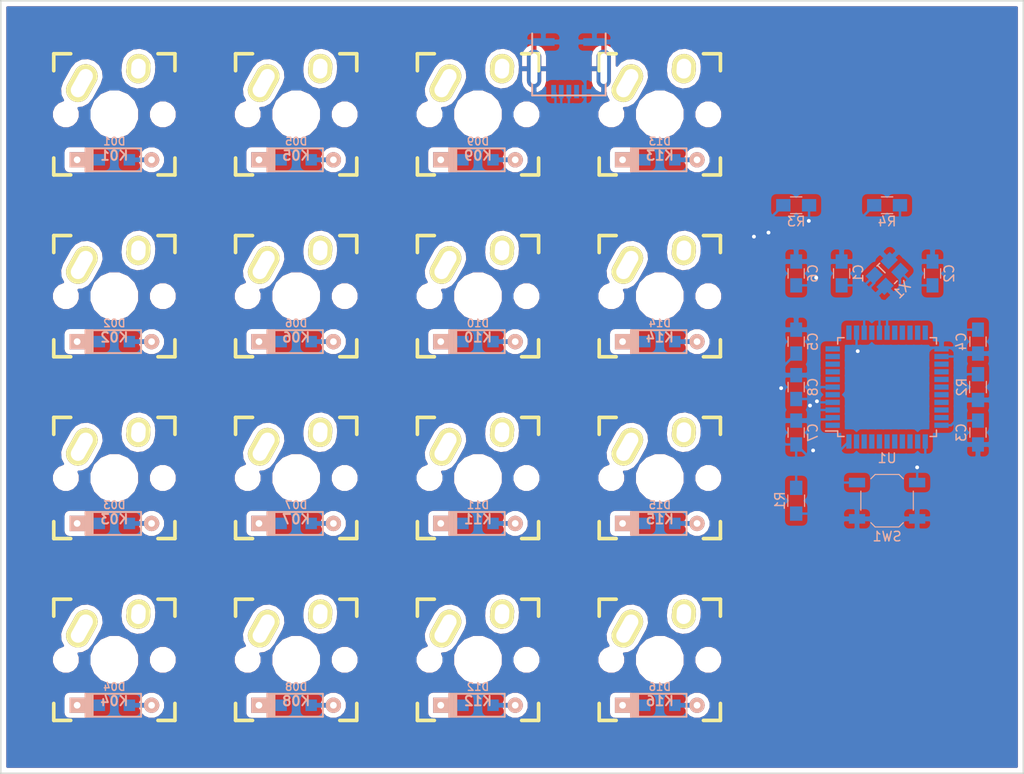
<source format=kicad_pcb>
(kicad_pcb (version 4) (host pcbnew 4.0.7)
  (layers (0 F.Cu signal) (31 B.Cu signal) (34 B.Paste user) (35 F.Paste user) (36 B.SilkS user) (37 F.SilkS user) (38 B.Mask user) (39 F.Mask user) (44 Edge.Cuts user))
  (net 0 "")
  (net 1 "Net-(C1-Pad1)")
  (net 2 GND)
  (net 3 "Net-(C2-Pad1)")
  (net 4 VCC)
  (net 5 "Net-(C8-Pad1)")
  (net 6 "Net-(D01-Pad2)")
  (net 7 /row0)
  (net 8 "Net-(D02-Pad2)")
  (net 9 /row1)
  (net 10 "Net-(D03-Pad2)")
  (net 11 /row2)
  (net 12 "Net-(D04-Pad2)")
  (net 13 /row3)
  (net 14 "Net-(D05-Pad2)")
  (net 15 "Net-(D06-Pad2)")
  (net 16 "Net-(D07-Pad2)")
  (net 17 "Net-(D08-Pad2)")
  (net 18 "Net-(D09-Pad2)")
  (net 19 "Net-(D10-Pad2)")
  (net 20 "Net-(D11-Pad2)")
  (net 21 "Net-(D12-Pad2)")
  (net 22 "Net-(D13-Pad2)")
  (net 23 "Net-(D14-Pad2)")
  (net 24 "Net-(D15-Pad2)")
  (net 25 "Net-(D16-Pad2)")
  (net 26 "Net-(J1-Pad2)")
  (net 27 "Net-(J1-Pad3)")
  (net 28 "Net-(J1-Pad4)")
  (net 29 /col0)
  (net 30 /col1)
  (net 31 /col2)
  (net 32 /col3)
  (net 33 "Net-(R1-Pad2)")
  (net 34 "Net-(R2-Pad1)")
  (net 35 "Net-(R3-Pad2)")
  (net 36 "Net-(R4-Pad2)")
  (net 37 "Net-(U1-Pad1)")
  (net 38 "Net-(U1-Pad7)")
  (net 39 "Net-(U1-Pad8)")
  (net 40 "Net-(U1-Pad9)")
  (net 41 "Net-(U1-Pad10)")
  (net 42 "Net-(U1-Pad11)")
  (net 43 "Net-(U1-Pad12)")
  (net 44 "Net-(U1-Pad18)")
  (net 45 "Net-(U1-Pad19)")
  (net 46 "Net-(U1-Pad20)")
  (net 47 "Net-(U1-Pad21)")
  (net 48 "Net-(U1-Pad22)")
  (net 49 "Net-(U1-Pad25)")
  (net 50 "Net-(U1-Pad26)")
  (net 51 "Net-(U1-Pad27)")
  (net 52 "Net-(U1-Pad28)")
  (net 53 "Net-(U1-Pad29)")
  (net 54 "Net-(U1-Pad30)")
  (net 55 "Net-(U1-Pad42)")
  (module Capacitors_SMD:C_0805_HandSoldering (layer B.Cu) (at 147.6375 78.58125 90)
    (fp_text reference C1 (at 0 1.75 90) (layer B.SilkS) (effects (justify mirror)))
    (fp_text value 22p)
    (pad 1 smd rect (at -1.25 0 90) (size 1.5 1.25) (layers B.Cu B.Paste B.Mask) (net 1 "Net-(C1-Pad1)"))
    (pad 2 smd rect (at 1.25 0 90) (size 1.5 1.25) (layers B.Cu B.Paste B.Mask) (net 2 GND))
  )
  (module Capacitors_SMD:C_0805_HandSoldering (layer B.Cu) (at 157.1625 78.58125 90)
    (fp_text reference C2 (at 0 1.75 90) (layer B.SilkS) (effects (justify mirror)))
    (fp_text value 22p)
    (pad 1 smd rect (at -1.25 0 90) (size 1.5 1.25) (layers B.Cu B.Paste B.Mask) (net 3 "Net-(C2-Pad1)"))
    (pad 2 smd rect (at 1.25 0 90) (size 1.5 1.25) (layers B.Cu B.Paste B.Mask) (net 2 GND))
  )
  (module Capacitors_SMD:C_0805_HandSoldering (layer B.Cu) (at 161.925 95.25 270)
    (fp_text reference C3 (at 0 1.75 270) (layer B.SilkS) (effects (justify mirror)))
    (fp_text value 0.1u)
    (pad 1 smd rect (at -1.25 0 270) (size 1.5 1.25) (layers B.Cu B.Paste B.Mask) (net 4 VCC))
    (pad 2 smd rect (at 1.25 0 270) (size 1.5 1.25) (layers B.Cu B.Paste B.Mask) (net 2 GND))
  )
  (module Capacitors_SMD:C_0805_HandSoldering (layer B.Cu) (at 161.925 85.725 270)
    (fp_text reference C4 (at 0 1.75 270) (layer B.SilkS) (effects (justify mirror)))
    (fp_text value 0.1u)
    (pad 1 smd rect (at -1.25 0 270) (size 1.5 1.25) (layers B.Cu B.Paste B.Mask) (net 4 VCC))
    (pad 2 smd rect (at 1.25 0 270) (size 1.5 1.25) (layers B.Cu B.Paste B.Mask) (net 2 GND))
  )
  (module Capacitors_SMD:C_0805_HandSoldering (layer B.Cu) (at 142.875 85.725 90)
    (fp_text reference C5 (at 0 1.75 90) (layer B.SilkS) (effects (justify mirror)))
    (fp_text value 0.1u)
    (pad 1 smd rect (at -1.25 0 90) (size 1.5 1.25) (layers B.Cu B.Paste B.Mask) (net 4 VCC))
    (pad 2 smd rect (at 1.25 0 90) (size 1.5 1.25) (layers B.Cu B.Paste B.Mask) (net 2 GND))
  )
  (module Capacitors_SMD:C_0805_HandSoldering (layer B.Cu) (at 142.875 78.58125 90)
    (fp_text reference C6 (at 0 1.75 90) (layer B.SilkS) (effects (justify mirror)))
    (fp_text value 0.1u)
    (pad 1 smd rect (at -1.25 0 90) (size 1.5 1.25) (layers B.Cu B.Paste B.Mask) (net 4 VCC))
    (pad 2 smd rect (at 1.25 0 90) (size 1.5 1.25) (layers B.Cu B.Paste B.Mask) (net 2 GND))
  )
  (module Capacitors_SMD:C_0805_HandSoldering (layer B.Cu) (at 142.875 95.25 90)
    (fp_text reference C7 (at 0 1.75 90) (layer B.SilkS) (effects (justify mirror)))
    (fp_text value 4.7u)
    (pad 1 smd rect (at -1.25 0 90) (size 1.5 1.25) (layers B.Cu B.Paste B.Mask) (net 4 VCC))
    (pad 2 smd rect (at 1.25 0 90) (size 1.5 1.25) (layers B.Cu B.Paste B.Mask) (net 2 GND))
  )
  (module Capacitors_SMD:C_0805_HandSoldering (layer B.Cu) (at 142.875 90.4875 90)
    (fp_text reference C8 (at 0 1.75 90) (layer B.SilkS) (effects (justify mirror)))
    (fp_text value 1u)
    (pad 1 smd rect (at -1.25 0 90) (size 1.5 1.25) (layers B.Cu B.Paste B.Mask) (net 5 "Net-(C8-Pad1)"))
    (pad 2 smd rect (at 1.25 0 90) (size 1.5 1.25) (layers B.Cu B.Paste B.Mask) (net 2 GND))
  )
  (module keyboard_parts:D_SOD123_axial (layer B.Cu) (at 71.4375 66.675)
    (fp_text reference D01 (at 0 -1.925) (layer B.SilkS) (effects (font (size 0.8 0.8)) (justify mirror)))
    (fp_text value D hide)
    (pad 2 smd rect (at 1.575 0) (size 1.2 1.2) (layers B.Cu B.Paste B.Mask) (net 6 "Net-(D01-Pad2)"))
    (pad 1 smd rect (at -1.575 0) (size 1.2 1.2) (layers B.Cu B.Paste B.Mask) (net 7 /row0))
    (pad 1 thru_hole rect (at -3.9 0) (size 1.6 1.6) (drill 0.7) (layers *.Cu *.Mask B.SilkS) (net 7 /row0))
    (pad 2 thru_hole circle (at 3.9 0) (size 1.6 1.6) (drill 0.7) (layers *.Cu *.Mask B.SilkS) (net 6 "Net-(D01-Pad2)"))
    (pad 1 smd rect (at -2.7 0) (size 2.5 0.5) (layers B.Cu) (net 7 /row0))
    (pad 2 smd rect (at 2.7 0) (size 2.5 0.5) (layers B.Cu) (net 6 "Net-(D01-Pad2)"))
  )
  (module keyboard_parts:D_SOD123_axial (layer B.Cu) (at 71.4375 85.725)
    (fp_text reference D02 (at 0 -1.925) (layer B.SilkS) (effects (font (size 0.8 0.8)) (justify mirror)))
    (fp_text value D hide)
    (pad 2 smd rect (at 1.575 0) (size 1.2 1.2) (layers B.Cu B.Paste B.Mask) (net 8 "Net-(D02-Pad2)"))
    (pad 1 smd rect (at -1.575 0) (size 1.2 1.2) (layers B.Cu B.Paste B.Mask) (net 9 /row1))
    (pad 1 thru_hole rect (at -3.9 0) (size 1.6 1.6) (drill 0.7) (layers *.Cu *.Mask B.SilkS) (net 9 /row1))
    (pad 2 thru_hole circle (at 3.9 0) (size 1.6 1.6) (drill 0.7) (layers *.Cu *.Mask B.SilkS) (net 8 "Net-(D02-Pad2)"))
    (pad 1 smd rect (at -2.7 0) (size 2.5 0.5) (layers B.Cu) (net 9 /row1))
    (pad 2 smd rect (at 2.7 0) (size 2.5 0.5) (layers B.Cu) (net 8 "Net-(D02-Pad2)"))
  )
  (module keyboard_parts:D_SOD123_axial (layer B.Cu) (at 71.4375 104.775)
    (fp_text reference D03 (at 0 -1.925) (layer B.SilkS) (effects (font (size 0.8 0.8)) (justify mirror)))
    (fp_text value D hide)
    (pad 2 smd rect (at 1.575 0) (size 1.2 1.2) (layers B.Cu B.Paste B.Mask) (net 10 "Net-(D03-Pad2)"))
    (pad 1 smd rect (at -1.575 0) (size 1.2 1.2) (layers B.Cu B.Paste B.Mask) (net 11 /row2))
    (pad 1 thru_hole rect (at -3.9 0) (size 1.6 1.6) (drill 0.7) (layers *.Cu *.Mask B.SilkS) (net 11 /row2))
    (pad 2 thru_hole circle (at 3.9 0) (size 1.6 1.6) (drill 0.7) (layers *.Cu *.Mask B.SilkS) (net 10 "Net-(D03-Pad2)"))
    (pad 1 smd rect (at -2.7 0) (size 2.5 0.5) (layers B.Cu) (net 11 /row2))
    (pad 2 smd rect (at 2.7 0) (size 2.5 0.5) (layers B.Cu) (net 10 "Net-(D03-Pad2)"))
  )
  (module keyboard_parts:D_SOD123_axial (layer B.Cu) (at 71.4375 123.825)
    (fp_text reference D04 (at 0 -1.925) (layer B.SilkS) (effects (font (size 0.8 0.8)) (justify mirror)))
    (fp_text value D hide)
    (pad 2 smd rect (at 1.575 0) (size 1.2 1.2) (layers B.Cu B.Paste B.Mask) (net 12 "Net-(D04-Pad2)"))
    (pad 1 smd rect (at -1.575 0) (size 1.2 1.2) (layers B.Cu B.Paste B.Mask) (net 13 /row3))
    (pad 1 thru_hole rect (at -3.9 0) (size 1.6 1.6) (drill 0.7) (layers *.Cu *.Mask B.SilkS) (net 13 /row3))
    (pad 2 thru_hole circle (at 3.9 0) (size 1.6 1.6) (drill 0.7) (layers *.Cu *.Mask B.SilkS) (net 12 "Net-(D04-Pad2)"))
    (pad 1 smd rect (at -2.7 0) (size 2.5 0.5) (layers B.Cu) (net 13 /row3))
    (pad 2 smd rect (at 2.7 0) (size 2.5 0.5) (layers B.Cu) (net 12 "Net-(D04-Pad2)"))
  )
  (module keyboard_parts:D_SOD123_axial (layer B.Cu) (at 90.4875 66.675)
    (fp_text reference D05 (at 0 -1.925) (layer B.SilkS) (effects (font (size 0.8 0.8)) (justify mirror)))
    (fp_text value D hide)
    (pad 2 smd rect (at 1.575 0) (size 1.2 1.2) (layers B.Cu B.Paste B.Mask) (net 14 "Net-(D05-Pad2)"))
    (pad 1 smd rect (at -1.575 0) (size 1.2 1.2) (layers B.Cu B.Paste B.Mask) (net 7 /row0))
    (pad 1 thru_hole rect (at -3.9 0) (size 1.6 1.6) (drill 0.7) (layers *.Cu *.Mask B.SilkS) (net 7 /row0))
    (pad 2 thru_hole circle (at 3.9 0) (size 1.6 1.6) (drill 0.7) (layers *.Cu *.Mask B.SilkS) (net 14 "Net-(D05-Pad2)"))
    (pad 1 smd rect (at -2.7 0) (size 2.5 0.5) (layers B.Cu) (net 7 /row0))
    (pad 2 smd rect (at 2.7 0) (size 2.5 0.5) (layers B.Cu) (net 14 "Net-(D05-Pad2)"))
  )
  (module keyboard_parts:D_SOD123_axial (layer B.Cu) (at 90.4875 85.725)
    (fp_text reference D06 (at 0 -1.925) (layer B.SilkS) (effects (font (size 0.8 0.8)) (justify mirror)))
    (fp_text value D hide)
    (pad 2 smd rect (at 1.575 0) (size 1.2 1.2) (layers B.Cu B.Paste B.Mask) (net 15 "Net-(D06-Pad2)"))
    (pad 1 smd rect (at -1.575 0) (size 1.2 1.2) (layers B.Cu B.Paste B.Mask) (net 9 /row1))
    (pad 1 thru_hole rect (at -3.9 0) (size 1.6 1.6) (drill 0.7) (layers *.Cu *.Mask B.SilkS) (net 9 /row1))
    (pad 2 thru_hole circle (at 3.9 0) (size 1.6 1.6) (drill 0.7) (layers *.Cu *.Mask B.SilkS) (net 15 "Net-(D06-Pad2)"))
    (pad 1 smd rect (at -2.7 0) (size 2.5 0.5) (layers B.Cu) (net 9 /row1))
    (pad 2 smd rect (at 2.7 0) (size 2.5 0.5) (layers B.Cu) (net 15 "Net-(D06-Pad2)"))
  )
  (module keyboard_parts:D_SOD123_axial (layer B.Cu) (at 90.4875 104.775)
    (fp_text reference D07 (at 0 -1.925) (layer B.SilkS) (effects (font (size 0.8 0.8)) (justify mirror)))
    (fp_text value D hide)
    (pad 2 smd rect (at 1.575 0) (size 1.2 1.2) (layers B.Cu B.Paste B.Mask) (net 16 "Net-(D07-Pad2)"))
    (pad 1 smd rect (at -1.575 0) (size 1.2 1.2) (layers B.Cu B.Paste B.Mask) (net 11 /row2))
    (pad 1 thru_hole rect (at -3.9 0) (size 1.6 1.6) (drill 0.7) (layers *.Cu *.Mask B.SilkS) (net 11 /row2))
    (pad 2 thru_hole circle (at 3.9 0) (size 1.6 1.6) (drill 0.7) (layers *.Cu *.Mask B.SilkS) (net 16 "Net-(D07-Pad2)"))
    (pad 1 smd rect (at -2.7 0) (size 2.5 0.5) (layers B.Cu) (net 11 /row2))
    (pad 2 smd rect (at 2.7 0) (size 2.5 0.5) (layers B.Cu) (net 16 "Net-(D07-Pad2)"))
  )
  (module keyboard_parts:D_SOD123_axial (layer B.Cu) (at 90.4875 123.825)
    (fp_text reference D08 (at 0 -1.925) (layer B.SilkS) (effects (font (size 0.8 0.8)) (justify mirror)))
    (fp_text value D hide)
    (pad 2 smd rect (at 1.575 0) (size 1.2 1.2) (layers B.Cu B.Paste B.Mask) (net 17 "Net-(D08-Pad2)"))
    (pad 1 smd rect (at -1.575 0) (size 1.2 1.2) (layers B.Cu B.Paste B.Mask) (net 13 /row3))
    (pad 1 thru_hole rect (at -3.9 0) (size 1.6 1.6) (drill 0.7) (layers *.Cu *.Mask B.SilkS) (net 13 /row3))
    (pad 2 thru_hole circle (at 3.9 0) (size 1.6 1.6) (drill 0.7) (layers *.Cu *.Mask B.SilkS) (net 17 "Net-(D08-Pad2)"))
    (pad 1 smd rect (at -2.7 0) (size 2.5 0.5) (layers B.Cu) (net 13 /row3))
    (pad 2 smd rect (at 2.7 0) (size 2.5 0.5) (layers B.Cu) (net 17 "Net-(D08-Pad2)"))
  )
  (module keyboard_parts:D_SOD123_axial (layer B.Cu) (at 109.5375 66.675)
    (fp_text reference D09 (at 0 -1.925) (layer B.SilkS) (effects (font (size 0.8 0.8)) (justify mirror)))
    (fp_text value D hide)
    (pad 2 smd rect (at 1.575 0) (size 1.2 1.2) (layers B.Cu B.Paste B.Mask) (net 18 "Net-(D09-Pad2)"))
    (pad 1 smd rect (at -1.575 0) (size 1.2 1.2) (layers B.Cu B.Paste B.Mask) (net 7 /row0))
    (pad 1 thru_hole rect (at -3.9 0) (size 1.6 1.6) (drill 0.7) (layers *.Cu *.Mask B.SilkS) (net 7 /row0))
    (pad 2 thru_hole circle (at 3.9 0) (size 1.6 1.6) (drill 0.7) (layers *.Cu *.Mask B.SilkS) (net 18 "Net-(D09-Pad2)"))
    (pad 1 smd rect (at -2.7 0) (size 2.5 0.5) (layers B.Cu) (net 7 /row0))
    (pad 2 smd rect (at 2.7 0) (size 2.5 0.5) (layers B.Cu) (net 18 "Net-(D09-Pad2)"))
  )
  (module keyboard_parts:D_SOD123_axial (layer B.Cu) (at 109.5375 85.725)
    (fp_text reference D10 (at 0 -1.925) (layer B.SilkS) (effects (font (size 0.8 0.8)) (justify mirror)))
    (fp_text value D hide)
    (pad 2 smd rect (at 1.575 0) (size 1.2 1.2) (layers B.Cu B.Paste B.Mask) (net 19 "Net-(D10-Pad2)"))
    (pad 1 smd rect (at -1.575 0) (size 1.2 1.2) (layers B.Cu B.Paste B.Mask) (net 9 /row1))
    (pad 1 thru_hole rect (at -3.9 0) (size 1.6 1.6) (drill 0.7) (layers *.Cu *.Mask B.SilkS) (net 9 /row1))
    (pad 2 thru_hole circle (at 3.9 0) (size 1.6 1.6) (drill 0.7) (layers *.Cu *.Mask B.SilkS) (net 19 "Net-(D10-Pad2)"))
    (pad 1 smd rect (at -2.7 0) (size 2.5 0.5) (layers B.Cu) (net 9 /row1))
    (pad 2 smd rect (at 2.7 0) (size 2.5 0.5) (layers B.Cu) (net 19 "Net-(D10-Pad2)"))
  )
  (module keyboard_parts:D_SOD123_axial (layer B.Cu) (at 109.5375 104.775)
    (fp_text reference D11 (at 0 -1.925) (layer B.SilkS) (effects (font (size 0.8 0.8)) (justify mirror)))
    (fp_text value D hide)
    (pad 2 smd rect (at 1.575 0) (size 1.2 1.2) (layers B.Cu B.Paste B.Mask) (net 20 "Net-(D11-Pad2)"))
    (pad 1 smd rect (at -1.575 0) (size 1.2 1.2) (layers B.Cu B.Paste B.Mask) (net 11 /row2))
    (pad 1 thru_hole rect (at -3.9 0) (size 1.6 1.6) (drill 0.7) (layers *.Cu *.Mask B.SilkS) (net 11 /row2))
    (pad 2 thru_hole circle (at 3.9 0) (size 1.6 1.6) (drill 0.7) (layers *.Cu *.Mask B.SilkS) (net 20 "Net-(D11-Pad2)"))
    (pad 1 smd rect (at -2.7 0) (size 2.5 0.5) (layers B.Cu) (net 11 /row2))
    (pad 2 smd rect (at 2.7 0) (size 2.5 0.5) (layers B.Cu) (net 20 "Net-(D11-Pad2)"))
  )
  (module keyboard_parts:D_SOD123_axial (layer B.Cu) (at 109.5375 123.825)
    (fp_text reference D12 (at 0 -1.925) (layer B.SilkS) (effects (font (size 0.8 0.8)) (justify mirror)))
    (fp_text value D hide)
    (pad 2 smd rect (at 1.575 0) (size 1.2 1.2) (layers B.Cu B.Paste B.Mask) (net 21 "Net-(D12-Pad2)"))
    (pad 1 smd rect (at -1.575 0) (size 1.2 1.2) (layers B.Cu B.Paste B.Mask) (net 13 /row3))
    (pad 1 thru_hole rect (at -3.9 0) (size 1.6 1.6) (drill 0.7) (layers *.Cu *.Mask B.SilkS) (net 13 /row3))
    (pad 2 thru_hole circle (at 3.9 0) (size 1.6 1.6) (drill 0.7) (layers *.Cu *.Mask B.SilkS) (net 21 "Net-(D12-Pad2)"))
    (pad 1 smd rect (at -2.7 0) (size 2.5 0.5) (layers B.Cu) (net 13 /row3))
    (pad 2 smd rect (at 2.7 0) (size 2.5 0.5) (layers B.Cu) (net 21 "Net-(D12-Pad2)"))
  )
  (module keyboard_parts:D_SOD123_axial (layer B.Cu) (at 128.5875 66.675)
    (fp_text reference D13 (at 0 -1.925) (layer B.SilkS) (effects (font (size 0.8 0.8)) (justify mirror)))
    (fp_text value D hide)
    (pad 2 smd rect (at 1.575 0) (size 1.2 1.2) (layers B.Cu B.Paste B.Mask) (net 22 "Net-(D13-Pad2)"))
    (pad 1 smd rect (at -1.575 0) (size 1.2 1.2) (layers B.Cu B.Paste B.Mask) (net 7 /row0))
    (pad 1 thru_hole rect (at -3.9 0) (size 1.6 1.6) (drill 0.7) (layers *.Cu *.Mask B.SilkS) (net 7 /row0))
    (pad 2 thru_hole circle (at 3.9 0) (size 1.6 1.6) (drill 0.7) (layers *.Cu *.Mask B.SilkS) (net 22 "Net-(D13-Pad2)"))
    (pad 1 smd rect (at -2.7 0) (size 2.5 0.5) (layers B.Cu) (net 7 /row0))
    (pad 2 smd rect (at 2.7 0) (size 2.5 0.5) (layers B.Cu) (net 22 "Net-(D13-Pad2)"))
  )
  (module keyboard_parts:D_SOD123_axial (layer B.Cu) (at 128.5875 85.725)
    (fp_text reference D14 (at 0 -1.925) (layer B.SilkS) (effects (font (size 0.8 0.8)) (justify mirror)))
    (fp_text value D hide)
    (pad 2 smd rect (at 1.575 0) (size 1.2 1.2) (layers B.Cu B.Paste B.Mask) (net 23 "Net-(D14-Pad2)"))
    (pad 1 smd rect (at -1.575 0) (size 1.2 1.2) (layers B.Cu B.Paste B.Mask) (net 9 /row1))
    (pad 1 thru_hole rect (at -3.9 0) (size 1.6 1.6) (drill 0.7) (layers *.Cu *.Mask B.SilkS) (net 9 /row1))
    (pad 2 thru_hole circle (at 3.9 0) (size 1.6 1.6) (drill 0.7) (layers *.Cu *.Mask B.SilkS) (net 23 "Net-(D14-Pad2)"))
    (pad 1 smd rect (at -2.7 0) (size 2.5 0.5) (layers B.Cu) (net 9 /row1))
    (pad 2 smd rect (at 2.7 0) (size 2.5 0.5) (layers B.Cu) (net 23 "Net-(D14-Pad2)"))
  )
  (module keyboard_parts:D_SOD123_axial (layer B.Cu) (at 128.5875 104.775)
    (fp_text reference D15 (at 0 -1.925) (layer B.SilkS) (effects (font (size 0.8 0.8)) (justify mirror)))
    (fp_text value D hide)
    (pad 2 smd rect (at 1.575 0) (size 1.2 1.2) (layers B.Cu B.Paste B.Mask) (net 24 "Net-(D15-Pad2)"))
    (pad 1 smd rect (at -1.575 0) (size 1.2 1.2) (layers B.Cu B.Paste B.Mask) (net 11 /row2))
    (pad 1 thru_hole rect (at -3.9 0) (size 1.6 1.6) (drill 0.7) (layers *.Cu *.Mask B.SilkS) (net 11 /row2))
    (pad 2 thru_hole circle (at 3.9 0) (size 1.6 1.6) (drill 0.7) (layers *.Cu *.Mask B.SilkS) (net 24 "Net-(D15-Pad2)"))
    (pad 1 smd rect (at -2.7 0) (size 2.5 0.5) (layers B.Cu) (net 11 /row2))
    (pad 2 smd rect (at 2.7 0) (size 2.5 0.5) (layers B.Cu) (net 24 "Net-(D15-Pad2)"))
  )
  (module keyboard_parts:D_SOD123_axial (layer B.Cu) (at 128.5875 123.825)
    (fp_text reference D16 (at 0 -1.925) (layer B.SilkS) (effects (font (size 0.8 0.8)) (justify mirror)))
    (fp_text value D hide)
    (pad 2 smd rect (at 1.575 0) (size 1.2 1.2) (layers B.Cu B.Paste B.Mask) (net 25 "Net-(D16-Pad2)"))
    (pad 1 smd rect (at -1.575 0) (size 1.2 1.2) (layers B.Cu B.Paste B.Mask) (net 13 /row3))
    (pad 1 thru_hole rect (at -3.9 0) (size 1.6 1.6) (drill 0.7) (layers *.Cu *.Mask B.SilkS) (net 13 /row3))
    (pad 2 thru_hole circle (at 3.9 0) (size 1.6 1.6) (drill 0.7) (layers *.Cu *.Mask B.SilkS) (net 25 "Net-(D16-Pad2)"))
    (pad 1 smd rect (at -2.7 0) (size 2.5 0.5) (layers B.Cu) (net 13 /row3))
    (pad 2 smd rect (at 2.7 0) (size 2.5 0.5) (layers B.Cu) (net 25 "Net-(D16-Pad2)"))
  )
  (module keyboard_parts:USB_miniB_hirose_5S8 (layer B.Cu) (at 119.0625 59.53125)
    (fp_text reference J1 hide)
    (fp_text value USB_mini_micro_B hide)
    (pad 6 smd rect (at 2.675 -5.2) (size 2.35 0.8) (layers B.Cu B.Paste B.Mask) (net 2 GND))
    (pad 6 smd rect (at -2.675 -5.2) (size 2.35 0.8) (layers B.Cu B.Paste B.Mask) (net 2 GND))
    (pad 1 smd rect (at -1.6 0) (size 0.5 1.4) (layers B.Cu B.Paste B.Mask) (net 4 VCC))
    (pad 2 smd rect (at -0.8 0) (size 0.5 1.4) (layers B.Cu B.Paste B.Mask) (net 26 "Net-(J1-Pad2)"))
    (pad 3 smd rect (at 0 0) (size 0.5 1.4) (layers B.Cu B.Paste B.Mask) (net 27 "Net-(J1-Pad3)"))
    (pad 4 smd rect (at 0.8 0) (size 0.5 1.4) (layers B.Cu B.Paste B.Mask) (net 28 "Net-(J1-Pad4)"))
    (pad 5 smd rect (at 1.6 0) (size 0.5 1.4) (layers B.Cu B.Paste B.Mask) (net 2 GND))
    (pad 6 thru_hole oval (at -3.65 -2.4) (size 1.5 4) (drill oval 0.7 3.2) (layers *.Cu *.Mask B.Paste) (net 2 GND))
    (pad 6 thru_hole oval (at 3.65 -2.4) (size 1.5 4) (drill oval 0.7 3.2) (layers *.Cu *.Mask B.Paste) (net 2 GND))
  )
  (module keebs:Mx_Alps_100 (layer F.Cu) (at 71.4375 61.9125)
    (fp_text reference K01 (at 0 4.318) (layer B.SilkS) (effects (font (thickness 0.2)) (justify mirror)))
    (fp_text value KEYSW hide)
    (pad HOLE np_thru_hole circle (at 0 0) (size 3.9878 3.9878) (drill 3.9878) (layers *.Cu))
    (pad HOLE np_thru_hole circle (at -5.08 0) (size 1.7018 1.7018) (drill 1.7018) (layers *.Cu))
    (pad HOLE np_thru_hole circle (at 5.08 0) (size 1.7018 1.7018) (drill 1.7018) (layers *.Cu))
    (pad 1 thru_hole oval (at -3.405 -3.27 330.95) (size 2.5 4.17) (drill oval 1.5 3.17) (layers *.Cu *.Mask F.SilkS) (net 29 /col0))
    (pad 2 thru_hole oval (at 2.52 -4.79 356.1) (size 2.5 3.08) (drill oval 1.5 2.08) (layers *.Cu *.Mask F.SilkS) (net 6 "Net-(D01-Pad2)"))
  )
  (module keebs:Mx_Alps_100 (layer F.Cu) (at 71.4375 80.9625)
    (fp_text reference K02 (at 0 4.318) (layer B.SilkS) (effects (font (thickness 0.2)) (justify mirror)))
    (fp_text value KEYSW hide)
    (pad HOLE np_thru_hole circle (at 0 0) (size 3.9878 3.9878) (drill 3.9878) (layers *.Cu))
    (pad HOLE np_thru_hole circle (at -5.08 0) (size 1.7018 1.7018) (drill 1.7018) (layers *.Cu))
    (pad HOLE np_thru_hole circle (at 5.08 0) (size 1.7018 1.7018) (drill 1.7018) (layers *.Cu))
    (pad 1 thru_hole oval (at -3.405 -3.27 330.95) (size 2.5 4.17) (drill oval 1.5 3.17) (layers *.Cu *.Mask F.SilkS) (net 29 /col0))
    (pad 2 thru_hole oval (at 2.52 -4.79 356.1) (size 2.5 3.08) (drill oval 1.5 2.08) (layers *.Cu *.Mask F.SilkS) (net 8 "Net-(D02-Pad2)"))
  )
  (module keebs:Mx_Alps_100 (layer F.Cu) (at 71.4375 100.0125)
    (fp_text reference K03 (at 0 4.318) (layer B.SilkS) (effects (font (thickness 0.2)) (justify mirror)))
    (fp_text value KEYSW hide)
    (pad HOLE np_thru_hole circle (at 0 0) (size 3.9878 3.9878) (drill 3.9878) (layers *.Cu))
    (pad HOLE np_thru_hole circle (at -5.08 0) (size 1.7018 1.7018) (drill 1.7018) (layers *.Cu))
    (pad HOLE np_thru_hole circle (at 5.08 0) (size 1.7018 1.7018) (drill 1.7018) (layers *.Cu))
    (pad 1 thru_hole oval (at -3.405 -3.27 330.95) (size 2.5 4.17) (drill oval 1.5 3.17) (layers *.Cu *.Mask F.SilkS) (net 29 /col0))
    (pad 2 thru_hole oval (at 2.52 -4.79 356.1) (size 2.5 3.08) (drill oval 1.5 2.08) (layers *.Cu *.Mask F.SilkS) (net 10 "Net-(D03-Pad2)"))
  )
  (module keebs:Mx_Alps_100 (layer F.Cu) (at 71.4375 119.0625)
    (fp_text reference K04 (at 0 4.318) (layer B.SilkS) (effects (font (thickness 0.2)) (justify mirror)))
    (fp_text value KEYSW hide)
    (pad HOLE np_thru_hole circle (at 0 0) (size 3.9878 3.9878) (drill 3.9878) (layers *.Cu))
    (pad HOLE np_thru_hole circle (at -5.08 0) (size 1.7018 1.7018) (drill 1.7018) (layers *.Cu))
    (pad HOLE np_thru_hole circle (at 5.08 0) (size 1.7018 1.7018) (drill 1.7018) (layers *.Cu))
    (pad 1 thru_hole oval (at -3.405 -3.27 330.95) (size 2.5 4.17) (drill oval 1.5 3.17) (layers *.Cu *.Mask F.SilkS) (net 29 /col0))
    (pad 2 thru_hole oval (at 2.52 -4.79 356.1) (size 2.5 3.08) (drill oval 1.5 2.08) (layers *.Cu *.Mask F.SilkS) (net 12 "Net-(D04-Pad2)"))
  )
  (module keebs:Mx_Alps_100 (layer F.Cu) (at 90.4875 61.9125)
    (fp_text reference K05 (at 0 4.318) (layer B.SilkS) (effects (font (thickness 0.2)) (justify mirror)))
    (fp_text value KEYSW hide)
    (pad HOLE np_thru_hole circle (at 0 0) (size 3.9878 3.9878) (drill 3.9878) (layers *.Cu))
    (pad HOLE np_thru_hole circle (at -5.08 0) (size 1.7018 1.7018) (drill 1.7018) (layers *.Cu))
    (pad HOLE np_thru_hole circle (at 5.08 0) (size 1.7018 1.7018) (drill 1.7018) (layers *.Cu))
    (pad 1 thru_hole oval (at -3.405 -3.27 330.95) (size 2.5 4.17) (drill oval 1.5 3.17) (layers *.Cu *.Mask F.SilkS) (net 30 /col1))
    (pad 2 thru_hole oval (at 2.52 -4.79 356.1) (size 2.5 3.08) (drill oval 1.5 2.08) (layers *.Cu *.Mask F.SilkS) (net 14 "Net-(D05-Pad2)"))
  )
  (module keebs:Mx_Alps_100 (layer F.Cu) (at 90.4875 80.9625)
    (fp_text reference K06 (at 0 4.318) (layer B.SilkS) (effects (font (thickness 0.2)) (justify mirror)))
    (fp_text value KEYSW hide)
    (pad HOLE np_thru_hole circle (at 0 0) (size 3.9878 3.9878) (drill 3.9878) (layers *.Cu))
    (pad HOLE np_thru_hole circle (at -5.08 0) (size 1.7018 1.7018) (drill 1.7018) (layers *.Cu))
    (pad HOLE np_thru_hole circle (at 5.08 0) (size 1.7018 1.7018) (drill 1.7018) (layers *.Cu))
    (pad 1 thru_hole oval (at -3.405 -3.27 330.95) (size 2.5 4.17) (drill oval 1.5 3.17) (layers *.Cu *.Mask F.SilkS) (net 30 /col1))
    (pad 2 thru_hole oval (at 2.52 -4.79 356.1) (size 2.5 3.08) (drill oval 1.5 2.08) (layers *.Cu *.Mask F.SilkS) (net 15 "Net-(D06-Pad2)"))
  )
  (module keebs:Mx_Alps_100 (layer F.Cu) (at 90.4875 100.0125)
    (fp_text reference K07 (at 0 4.318) (layer B.SilkS) (effects (font (thickness 0.2)) (justify mirror)))
    (fp_text value KEYSW hide)
    (pad HOLE np_thru_hole circle (at 0 0) (size 3.9878 3.9878) (drill 3.9878) (layers *.Cu))
    (pad HOLE np_thru_hole circle (at -5.08 0) (size 1.7018 1.7018) (drill 1.7018) (layers *.Cu))
    (pad HOLE np_thru_hole circle (at 5.08 0) (size 1.7018 1.7018) (drill 1.7018) (layers *.Cu))
    (pad 1 thru_hole oval (at -3.405 -3.27 330.95) (size 2.5 4.17) (drill oval 1.5 3.17) (layers *.Cu *.Mask F.SilkS) (net 30 /col1))
    (pad 2 thru_hole oval (at 2.52 -4.79 356.1) (size 2.5 3.08) (drill oval 1.5 2.08) (layers *.Cu *.Mask F.SilkS) (net 16 "Net-(D07-Pad2)"))
  )
  (module keebs:Mx_Alps_100 (layer F.Cu) (at 90.4875 119.0625)
    (fp_text reference K08 (at 0 4.318) (layer B.SilkS) (effects (font (thickness 0.2)) (justify mirror)))
    (fp_text value KEYSW hide)
    (pad HOLE np_thru_hole circle (at 0 0) (size 3.9878 3.9878) (drill 3.9878) (layers *.Cu))
    (pad HOLE np_thru_hole circle (at -5.08 0) (size 1.7018 1.7018) (drill 1.7018) (layers *.Cu))
    (pad HOLE np_thru_hole circle (at 5.08 0) (size 1.7018 1.7018) (drill 1.7018) (layers *.Cu))
    (pad 1 thru_hole oval (at -3.405 -3.27 330.95) (size 2.5 4.17) (drill oval 1.5 3.17) (layers *.Cu *.Mask F.SilkS) (net 30 /col1))
    (pad 2 thru_hole oval (at 2.52 -4.79 356.1) (size 2.5 3.08) (drill oval 1.5 2.08) (layers *.Cu *.Mask F.SilkS) (net 17 "Net-(D08-Pad2)"))
  )
  (module keebs:Mx_Alps_100 (layer F.Cu) (at 109.5375 61.9125)
    (fp_text reference K09 (at 0 4.318) (layer B.SilkS) (effects (font (thickness 0.2)) (justify mirror)))
    (fp_text value KEYSW hide)
    (pad HOLE np_thru_hole circle (at 0 0) (size 3.9878 3.9878) (drill 3.9878) (layers *.Cu))
    (pad HOLE np_thru_hole circle (at -5.08 0) (size 1.7018 1.7018) (drill 1.7018) (layers *.Cu))
    (pad HOLE np_thru_hole circle (at 5.08 0) (size 1.7018 1.7018) (drill 1.7018) (layers *.Cu))
    (pad 1 thru_hole oval (at -3.405 -3.27 330.95) (size 2.5 4.17) (drill oval 1.5 3.17) (layers *.Cu *.Mask F.SilkS) (net 31 /col2))
    (pad 2 thru_hole oval (at 2.52 -4.79 356.1) (size 2.5 3.08) (drill oval 1.5 2.08) (layers *.Cu *.Mask F.SilkS) (net 18 "Net-(D09-Pad2)"))
  )
  (module keebs:Mx_Alps_100 (layer F.Cu) (at 109.5375 80.9625)
    (fp_text reference K10 (at 0 4.318) (layer B.SilkS) (effects (font (thickness 0.2)) (justify mirror)))
    (fp_text value KEYSW hide)
    (pad HOLE np_thru_hole circle (at 0 0) (size 3.9878 3.9878) (drill 3.9878) (layers *.Cu))
    (pad HOLE np_thru_hole circle (at -5.08 0) (size 1.7018 1.7018) (drill 1.7018) (layers *.Cu))
    (pad HOLE np_thru_hole circle (at 5.08 0) (size 1.7018 1.7018) (drill 1.7018) (layers *.Cu))
    (pad 1 thru_hole oval (at -3.405 -3.27 330.95) (size 2.5 4.17) (drill oval 1.5 3.17) (layers *.Cu *.Mask F.SilkS) (net 31 /col2))
    (pad 2 thru_hole oval (at 2.52 -4.79 356.1) (size 2.5 3.08) (drill oval 1.5 2.08) (layers *.Cu *.Mask F.SilkS) (net 19 "Net-(D10-Pad2)"))
  )
  (module keebs:Mx_Alps_100 (layer F.Cu) (at 109.5375 100.0125)
    (fp_text reference K11 (at 0 4.318) (layer B.SilkS) (effects (font (thickness 0.2)) (justify mirror)))
    (fp_text value KEYSW hide)
    (pad HOLE np_thru_hole circle (at 0 0) (size 3.9878 3.9878) (drill 3.9878) (layers *.Cu))
    (pad HOLE np_thru_hole circle (at -5.08 0) (size 1.7018 1.7018) (drill 1.7018) (layers *.Cu))
    (pad HOLE np_thru_hole circle (at 5.08 0) (size 1.7018 1.7018) (drill 1.7018) (layers *.Cu))
    (pad 1 thru_hole oval (at -3.405 -3.27 330.95) (size 2.5 4.17) (drill oval 1.5 3.17) (layers *.Cu *.Mask F.SilkS) (net 31 /col2))
    (pad 2 thru_hole oval (at 2.52 -4.79 356.1) (size 2.5 3.08) (drill oval 1.5 2.08) (layers *.Cu *.Mask F.SilkS) (net 20 "Net-(D11-Pad2)"))
  )
  (module keebs:Mx_Alps_100 (layer F.Cu) (at 109.5375 119.0625)
    (fp_text reference K12 (at 0 4.318) (layer B.SilkS) (effects (font (thickness 0.2)) (justify mirror)))
    (fp_text value KEYSW hide)
    (pad HOLE np_thru_hole circle (at 0 0) (size 3.9878 3.9878) (drill 3.9878) (layers *.Cu))
    (pad HOLE np_thru_hole circle (at -5.08 0) (size 1.7018 1.7018) (drill 1.7018) (layers *.Cu))
    (pad HOLE np_thru_hole circle (at 5.08 0) (size 1.7018 1.7018) (drill 1.7018) (layers *.Cu))
    (pad 1 thru_hole oval (at -3.405 -3.27 330.95) (size 2.5 4.17) (drill oval 1.5 3.17) (layers *.Cu *.Mask F.SilkS) (net 31 /col2))
    (pad 2 thru_hole oval (at 2.52 -4.79 356.1) (size 2.5 3.08) (drill oval 1.5 2.08) (layers *.Cu *.Mask F.SilkS) (net 21 "Net-(D12-Pad2)"))
  )
  (module keebs:Mx_Alps_100 (layer F.Cu) (at 128.5875 61.9125)
    (fp_text reference K13 (at 0 4.318) (layer B.SilkS) (effects (font (thickness 0.2)) (justify mirror)))
    (fp_text value KEYSW hide)
    (pad HOLE np_thru_hole circle (at 0 0) (size 3.9878 3.9878) (drill 3.9878) (layers *.Cu))
    (pad HOLE np_thru_hole circle (at -5.08 0) (size 1.7018 1.7018) (drill 1.7018) (layers *.Cu))
    (pad HOLE np_thru_hole circle (at 5.08 0) (size 1.7018 1.7018) (drill 1.7018) (layers *.Cu))
    (pad 1 thru_hole oval (at -3.405 -3.27 330.95) (size 2.5 4.17) (drill oval 1.5 3.17) (layers *.Cu *.Mask F.SilkS) (net 32 /col3))
    (pad 2 thru_hole oval (at 2.52 -4.79 356.1) (size 2.5 3.08) (drill oval 1.5 2.08) (layers *.Cu *.Mask F.SilkS) (net 22 "Net-(D13-Pad2)"))
  )
  (module keebs:Mx_Alps_100 (layer F.Cu) (at 128.5875 80.9625)
    (fp_text reference K14 (at 0 4.318) (layer B.SilkS) (effects (font (thickness 0.2)) (justify mirror)))
    (fp_text value KEYSW hide)
    (pad HOLE np_thru_hole circle (at 0 0) (size 3.9878 3.9878) (drill 3.9878) (layers *.Cu))
    (pad HOLE np_thru_hole circle (at -5.08 0) (size 1.7018 1.7018) (drill 1.7018) (layers *.Cu))
    (pad HOLE np_thru_hole circle (at 5.08 0) (size 1.7018 1.7018) (drill 1.7018) (layers *.Cu))
    (pad 1 thru_hole oval (at -3.405 -3.27 330.95) (size 2.5 4.17) (drill oval 1.5 3.17) (layers *.Cu *.Mask F.SilkS) (net 32 /col3))
    (pad 2 thru_hole oval (at 2.52 -4.79 356.1) (size 2.5 3.08) (drill oval 1.5 2.08) (layers *.Cu *.Mask F.SilkS) (net 23 "Net-(D14-Pad2)"))
  )
  (module keebs:Mx_Alps_100 (layer F.Cu) (at 128.5875 100.0125)
    (fp_text reference K15 (at 0 4.318) (layer B.SilkS) (effects (font (thickness 0.2)) (justify mirror)))
    (fp_text value KEYSW hide)
    (pad HOLE np_thru_hole circle (at 0 0) (size 3.9878 3.9878) (drill 3.9878) (layers *.Cu))
    (pad HOLE np_thru_hole circle (at -5.08 0) (size 1.7018 1.7018) (drill 1.7018) (layers *.Cu))
    (pad HOLE np_thru_hole circle (at 5.08 0) (size 1.7018 1.7018) (drill 1.7018) (layers *.Cu))
    (pad 1 thru_hole oval (at -3.405 -3.27 330.95) (size 2.5 4.17) (drill oval 1.5 3.17) (layers *.Cu *.Mask F.SilkS) (net 32 /col3))
    (pad 2 thru_hole oval (at 2.52 -4.79 356.1) (size 2.5 3.08) (drill oval 1.5 2.08) (layers *.Cu *.Mask F.SilkS) (net 24 "Net-(D15-Pad2)"))
  )
  (module keebs:Mx_Alps_100 (layer F.Cu) (at 128.5875 119.0625)
    (fp_text reference K16 (at 0 4.318) (layer B.SilkS) (effects (font (thickness 0.2)) (justify mirror)))
    (fp_text value KEYSW hide)
    (pad HOLE np_thru_hole circle (at 0 0) (size 3.9878 3.9878) (drill 3.9878) (layers *.Cu))
    (pad HOLE np_thru_hole circle (at -5.08 0) (size 1.7018 1.7018) (drill 1.7018) (layers *.Cu))
    (pad HOLE np_thru_hole circle (at 5.08 0) (size 1.7018 1.7018) (drill 1.7018) (layers *.Cu))
    (pad 1 thru_hole oval (at -3.405 -3.27 330.95) (size 2.5 4.17) (drill oval 1.5 3.17) (layers *.Cu *.Mask F.SilkS) (net 32 /col3))
    (pad 2 thru_hole oval (at 2.52 -4.79 356.1) (size 2.5 3.08) (drill oval 1.5 2.08) (layers *.Cu *.Mask F.SilkS) (net 25 "Net-(D16-Pad2)"))
  )
  (module Resistors_SMD:R_0805_HandSoldering (layer B.Cu) (at 142.875 102.39375 270)
    (fp_text reference R1 (at 0 1.7 270) (layer B.SilkS) (effects (justify mirror)))
    (fp_text value 10k)
    (pad 1 smd rect (at -1.35 0 270) (size 1.5 1.3) (layers B.Cu B.Paste B.Mask) (net 4 VCC))
    (pad 2 smd rect (at 1.35 0 270) (size 1.5 1.3) (layers B.Cu B.Paste B.Mask) (net 33 "Net-(R1-Pad2)"))
  )
  (module Resistors_SMD:R_0805_HandSoldering (layer B.Cu) (at 161.925 90.4875 270)
    (fp_text reference R2 (at 0 1.7 270) (layer B.SilkS) (effects (justify mirror)))
    (fp_text value 10k)
    (pad 1 smd rect (at -1.35 0 270) (size 1.5 1.3) (layers B.Cu B.Paste B.Mask) (net 34 "Net-(R2-Pad1)"))
    (pad 2 smd rect (at 1.35 0 270) (size 1.5 1.3) (layers B.Cu B.Paste B.Mask) (net 2 GND))
  )
  (module Resistors_SMD:R_0805_HandSoldering (layer B.Cu) (at 142.875 71.4375)
    (fp_text reference R3 (at 0 1.7) (layer B.SilkS) (effects (justify mirror)))
    (fp_text value 22)
    (pad 1 smd rect (at -1.35 0) (size 1.5 1.3) (layers B.Cu B.Paste B.Mask) (net 26 "Net-(J1-Pad2)"))
    (pad 2 smd rect (at 1.35 0) (size 1.5 1.3) (layers B.Cu B.Paste B.Mask) (net 35 "Net-(R3-Pad2)"))
  )
  (module Resistors_SMD:R_0805_HandSoldering (layer B.Cu) (at 152.4 71.4375)
    (fp_text reference R4 (at 0 1.7) (layer B.SilkS) (effects (justify mirror)))
    (fp_text value 22)
    (pad 1 smd rect (at -1.35 0) (size 1.5 1.3) (layers B.Cu B.Paste B.Mask) (net 27 "Net-(J1-Pad3)"))
    (pad 2 smd rect (at 1.35 0) (size 1.5 1.3) (layers B.Cu B.Paste B.Mask) (net 36 "Net-(R4-Pad2)"))
  )
  (module Buttons_Switches_SMD:SW_SPST_TL3342 (layer B.Cu) (at 152.4 102.39375)
    (fp_text reference SW1 (at 0 3.75) (layer B.SilkS) (effects (justify mirror)))
    (fp_text value SW_PUSH)
    (pad 1 smd rect (at -3.15 1.9) (size 1.7 1) (layers B.Cu B.Paste B.Mask) (net 2 GND))
    (pad 1 smd rect (at 3.15 1.9) (size 1.7 1) (layers B.Cu B.Paste B.Mask) (net 2 GND))
    (pad 2 smd rect (at -3.15 -1.9) (size 1.7 1) (layers B.Cu B.Paste B.Mask) (net 33 "Net-(R1-Pad2)"))
    (pad 2 smd rect (at 3.15 -1.9) (size 1.7 1) (layers B.Cu B.Paste B.Mask) (net 33 "Net-(R1-Pad2)"))
  )
  (module Housings_QFP:TQFP-44_10x10mm_Pitch0.8mm (layer B.Cu) (at 152.4 90.4875)
    (fp_text reference U1 (at 0 7.45) (layer B.SilkS) (effects (justify mirror)))
    (fp_text value ATMEGA32U4)
    (pad 1 smd rect (at -5.7 4) (size 1.5 0.55) (layers B.Cu B.Paste B.Mask) (net 37 "Net-(U1-Pad1)"))
    (pad 2 smd rect (at -5.7 3.2) (size 1.5 0.55) (layers B.Cu B.Paste B.Mask) (net 4 VCC))
    (pad 3 smd rect (at -5.7 2.4) (size 1.5 0.55) (layers B.Cu B.Paste B.Mask) (net 35 "Net-(R3-Pad2)"))
    (pad 4 smd rect (at -5.7 1.6) (size 1.5 0.55) (layers B.Cu B.Paste B.Mask) (net 36 "Net-(R4-Pad2)"))
    (pad 5 smd rect (at -5.7 0.8) (size 1.5 0.55) (layers B.Cu B.Paste B.Mask) (net 2 GND))
    (pad 6 smd rect (at -5.7 0) (size 1.5 0.55) (layers B.Cu B.Paste B.Mask) (net 5 "Net-(C8-Pad1)"))
    (pad 7 smd rect (at -5.7 -0.8) (size 1.5 0.55) (layers B.Cu B.Paste B.Mask) (net 38 "Net-(U1-Pad7)"))
    (pad 8 smd rect (at -5.7 -1.6) (size 1.5 0.55) (layers B.Cu B.Paste B.Mask) (net 39 "Net-(U1-Pad8)"))
    (pad 9 smd rect (at -5.7 -2.4) (size 1.5 0.55) (layers B.Cu B.Paste B.Mask) (net 40 "Net-(U1-Pad9)"))
    (pad 10 smd rect (at -5.7 -3.2) (size 1.5 0.55) (layers B.Cu B.Paste B.Mask) (net 41 "Net-(U1-Pad10)"))
    (pad 11 smd rect (at -5.7 -4) (size 1.5 0.55) (layers B.Cu B.Paste B.Mask) (net 42 "Net-(U1-Pad11)"))
    (pad 12 smd rect (at -4 -5.7 270) (size 1.5 0.55) (layers B.Cu B.Paste B.Mask) (net 43 "Net-(U1-Pad12)"))
    (pad 13 smd rect (at -3.2 -5.7 270) (size 1.5 0.55) (layers B.Cu B.Paste B.Mask) (net 33 "Net-(R1-Pad2)"))
    (pad 14 smd rect (at -2.4 -5.7 270) (size 1.5 0.55) (layers B.Cu B.Paste B.Mask) (net 4 VCC))
    (pad 15 smd rect (at -1.6 -5.7 270) (size 1.5 0.55) (layers B.Cu B.Paste B.Mask) (net 2 GND))
    (pad 16 smd rect (at -0.8 -5.7 270) (size 1.5 0.55) (layers B.Cu B.Paste B.Mask) (net 1 "Net-(C1-Pad1)"))
    (pad 17 smd rect (at 0 -5.7 270) (size 1.5 0.55) (layers B.Cu B.Paste B.Mask) (net 3 "Net-(C2-Pad1)"))
    (pad 18 smd rect (at 0.8 -5.7 270) (size 1.5 0.55) (layers B.Cu B.Paste B.Mask) (net 44 "Net-(U1-Pad18)"))
    (pad 19 smd rect (at 1.6 -5.7 270) (size 1.5 0.55) (layers B.Cu B.Paste B.Mask) (net 45 "Net-(U1-Pad19)"))
    (pad 20 smd rect (at 2.4 -5.7 270) (size 1.5 0.55) (layers B.Cu B.Paste B.Mask) (net 46 "Net-(U1-Pad20)"))
    (pad 21 smd rect (at 3.2 -5.7 270) (size 1.5 0.55) (layers B.Cu B.Paste B.Mask) (net 47 "Net-(U1-Pad21)"))
    (pad 22 smd rect (at 4 -5.7 270) (size 1.5 0.55) (layers B.Cu B.Paste B.Mask) (net 48 "Net-(U1-Pad22)"))
    (pad 23 smd rect (at 5.7 -4) (size 1.5 0.55) (layers B.Cu B.Paste B.Mask) (net 2 GND))
    (pad 24 smd rect (at 5.7 -3.2) (size 1.5 0.55) (layers B.Cu B.Paste B.Mask) (net 4 VCC))
    (pad 25 smd rect (at 5.7 -2.4) (size 1.5 0.55) (layers B.Cu B.Paste B.Mask) (net 49 "Net-(U1-Pad25)"))
    (pad 26 smd rect (at 5.7 -1.6) (size 1.5 0.55) (layers B.Cu B.Paste B.Mask) (net 50 "Net-(U1-Pad26)"))
    (pad 27 smd rect (at 5.7 -0.8) (size 1.5 0.55) (layers B.Cu B.Paste B.Mask) (net 51 "Net-(U1-Pad27)"))
    (pad 28 smd rect (at 5.7 0) (size 1.5 0.55) (layers B.Cu B.Paste B.Mask) (net 52 "Net-(U1-Pad28)"))
    (pad 29 smd rect (at 5.7 0.8) (size 1.5 0.55) (layers B.Cu B.Paste B.Mask) (net 53 "Net-(U1-Pad29)"))
    (pad 30 smd rect (at 5.7 1.6) (size 1.5 0.55) (layers B.Cu B.Paste B.Mask) (net 54 "Net-(U1-Pad30)"))
    (pad 31 smd rect (at 5.7 2.4) (size 1.5 0.55) (layers B.Cu B.Paste B.Mask) (net 32 /col3))
    (pad 32 smd rect (at 5.7 3.2) (size 1.5 0.55) (layers B.Cu B.Paste B.Mask) (net 31 /col2))
    (pad 33 smd rect (at 5.7 4) (size 1.5 0.55) (layers B.Cu B.Paste B.Mask) (net 34 "Net-(R2-Pad1)"))
    (pad 34 smd rect (at 4 5.7 270) (size 1.5 0.55) (layers B.Cu B.Paste B.Mask) (net 4 VCC))
    (pad 35 smd rect (at 3.2 5.7 270) (size 1.5 0.55) (layers B.Cu B.Paste B.Mask) (net 2 GND))
    (pad 36 smd rect (at 2.4 5.7 270) (size 1.5 0.55) (layers B.Cu B.Paste B.Mask) (net 30 /col1))
    (pad 37 smd rect (at 1.6 5.7 270) (size 1.5 0.55) (layers B.Cu B.Paste B.Mask) (net 29 /col0))
    (pad 38 smd rect (at 0.8 5.7 270) (size 1.5 0.55) (layers B.Cu B.Paste B.Mask) (net 13 /row3))
    (pad 39 smd rect (at 0 5.7 270) (size 1.5 0.55) (layers B.Cu B.Paste B.Mask) (net 11 /row2))
    (pad 40 smd rect (at -0.8 5.7 270) (size 1.5 0.55) (layers B.Cu B.Paste B.Mask) (net 9 /row1))
    (pad 41 smd rect (at -1.6 5.7 270) (size 1.5 0.55) (layers B.Cu B.Paste B.Mask) (net 7 /row0))
    (pad 42 smd rect (at -2.4 5.7 270) (size 1.5 0.55) (layers B.Cu B.Paste B.Mask) (net 55 "Net-(U1-Pad42)"))
    (pad 43 smd rect (at -3.2 5.7 270) (size 1.5 0.55) (layers B.Cu B.Paste B.Mask) (net 2 GND))
    (pad 44 smd rect (at -4 5.7 270) (size 1.5 0.55) (layers B.Cu B.Paste B.Mask) (net 4 VCC))
  )
  (module user:crystal_FA238-TSX3225 (layer B.Cu) (at 152.4 78.58125 45)
    (fp_text reference X1 (at -0.1 2.3 45) (layer B.SilkS) (effects (justify mirror)))
    (fp_text value XTAL_GND hide)
    (pad 1 smd rect (at -1.1 -0.8 45) (size 1.4 1.2) (layers B.Cu B.Paste B.Mask) (net 1 "Net-(C1-Pad1)"))
    (pad 3 smd rect (at 1.1 -0.8 45) (size 1.4 1.2) (layers B.Cu B.Paste B.Mask) (net 2 GND))
    (pad 3 smd rect (at -1.1 0.8 45) (size 1.4 1.2) (layers B.Cu B.Paste B.Mask) (net 2 GND))
    (pad 2 smd rect (at 1.1 0.8 45) (size 1.4 1.2) (layers B.Cu B.Paste B.Mask) (net 3 "Net-(C2-Pad1)"))
  )
  (gr_line (start 166.6875 50.00625) (end 59.53125 50.00625) (angle 90) (layer Edge.Cuts) (width 0.15))
  (gr_line (start 166.6875 130.96875) (end 166.6875 50.00625) (angle 90) (layer Edge.Cuts) (width 0.15))
  (gr_line (start 59.53125 130.96875) (end 166.6875 130.96875) (angle 90) (layer Edge.Cuts) (width 0.15))
  (gr_line (start 59.53125 50.00625) (end 59.53125 130.96875) (angle 90) (layer Edge.Cuts) (width 0.15))
  (gr_line (start 166.6875 50.00625) (end 59.53125 50.00625) (angle 90) (layer Edge.Cuts) (width 0.15))
  (gr_line (start 166.6875 130.96875) (end 166.6875 50.00625) (angle 90) (layer Edge.Cuts) (width 0.15))
  (gr_line (start 59.53125 130.96875) (end 166.6875 130.96875) (angle 90) (layer Edge.Cuts) (width 0.15))
  (gr_line (start 59.53125 50.00625) (end 59.53125 130.96875) (angle 90) (layer Edge.Cuts) (width 0.15))
  (segment (start 151.056497 78.793382) (end 151.056497 79.568503) (width 0.25) (layer B.Cu) (net 1))
  (segment (start 151.056497 79.568503) (end 150.65 79.975) (width 0.25) (layer B.Cu) (net 1))
  (segment (start 151.6 81.15) (end 151.6 84.7875) (width 0.25) (layer B.Cu) (net 1))
  (segment (start 150.65 80.2) (end 151.6 81.15) (width 0.25) (layer B.Cu) (net 1))
  (segment (start 150.65 79.975) (end 150.65 80.2) (width 0.25) (layer B.Cu) (net 1))
  (segment (start 147.6375 79.83125) (end 150.018629 79.83125) (width 0.25) (layer B.Cu) (net 1))
  (segment (start 150.018629 79.83125) (end 151.056497 78.793382) (width 0.25) (layer B.Cu) (net 1))
  (segment (start 153.743503 78.369118) (end 153.743503 80.006497) (width 0.25) (layer B.Cu) (net 3))
  (segment (start 152.4 81.35) (end 152.4 84.7875) (width 0.25) (layer B.Cu) (net 3))
  (segment (start 153.743503 80.006497) (end 152.4 81.35) (width 0.25) (layer B.Cu) (net 3))
  (segment (start 157.1625 79.83125) (end 155.205635 79.83125) (width 0.25) (layer B.Cu) (net 3))
  (segment (start 155.205635 79.83125) (end 153.743503 78.369118) (width 0.25) (layer B.Cu) (net 3))
  (segment (start 146.7 93.6875) (end 146.5125 93.875) (width 0.25) (layer B.Cu) (net 4))
  (segment (start 146.5125 93.875) (end 144.9 93.875) (width 0.25) (layer B.Cu) (net 4))
  (segment (start 144.9 93.875) (end 144.9 96.875) (width 0.25) (layer B.Cu) (net 4))
  (segment (start 144.9 96.875) (end 144.65 97.125) (width 0.25) (layer B.Cu) (net 4))
  (via (at 144.65 97.125) (size 0.6) (drill 0.4) (layers F.Cu B.Cu) (net 4))
  (segment (start 144.65 97.125) (end 144.65 97.45) (width 0.25) (layer F.Cu) (net 4))
  (segment (start 144.65 97.45) (end 144.65 97.7) (width 0.25) (layer F.Cu) (net 4))
  (segment (start 144.65 97.7) (end 144.65 98.325) (width 0.25) (layer F.Cu) (net 4))
  (segment (start 144.65 98.325) (end 141.25 98.325) (width 0.25) (layer F.Cu) (net 4))
  (segment (start 141.25 98.325) (end 141.25 98.2) (width 0.25) (layer F.Cu) (net 4))
  (segment (start 141.25 98.2) (end 141.25 90.65) (width 0.25) (layer F.Cu) (net 4))
  (segment (start 141.25 90.65) (end 141.3 90.6) (width 0.25) (layer F.Cu) (net 4))
  (via (at 141.3 90.6) (size 0.6) (drill 0.4) (layers F.Cu B.Cu) (net 4))
  (segment (start 141.3 90.6) (end 141.3 88.55) (width 0.25) (layer B.Cu) (net 4))
  (segment (start 141.3 88.55) (end 142.875 86.975) (width 0.25) (layer B.Cu) (net 4))
  (segment (start 142.875 96.5) (end 144.275 97.9) (width 0.25) (layer B.Cu) (net 4))
  (segment (start 146.6875 97.9) (end 148.4 96.1875) (width 0.25) (layer B.Cu) (net 4))
  (segment (start 144.275 97.9) (end 146.6875 97.9) (width 0.25) (layer B.Cu) (net 4))
  (segment (start 142.875 96.5) (end 141.775 96.5) (width 0.25) (layer B.Cu) (net 4))
  (segment (start 117.65 87.575) (end 117.65 59.71875) (width 0.25) (layer B.Cu) (net 4))
  (segment (start 120.775 90.7) (end 117.65 87.575) (width 0.25) (layer B.Cu) (net 4))
  (segment (start 135.975 90.7) (end 120.775 90.7) (width 0.25) (layer B.Cu) (net 4))
  (segment (start 141.775 96.5) (end 135.975 90.7) (width 0.25) (layer B.Cu) (net 4))
  (segment (start 117.65 59.71875) (end 117.4625 59.53125) (width 0.25) (layer B.Cu) (net 4))
  (segment (start 161.925 94) (end 160.825 94) (width 0.25) (layer B.Cu) (net 4))
  (segment (start 156.4 97.775) (end 156.4 96.1875) (width 0.25) (layer B.Cu) (net 4))
  (segment (start 156.625 98) (end 156.4 97.775) (width 0.25) (layer B.Cu) (net 4))
  (segment (start 158.95 98) (end 156.625 98) (width 0.25) (layer B.Cu) (net 4))
  (segment (start 160.15 96.8) (end 158.95 98) (width 0.25) (layer B.Cu) (net 4))
  (segment (start 160.15 94.675) (end 160.15 96.8) (width 0.25) (layer B.Cu) (net 4))
  (segment (start 160.825 94) (end 160.15 94.675) (width 0.25) (layer B.Cu) (net 4))
  (segment (start 161.925 84.475) (end 160.35 84.475) (width 0.25) (layer B.Cu) (net 4))
  (segment (start 160.35 84.475) (end 160.2 84.625) (width 0.25) (layer B.Cu) (net 4))
  (segment (start 160.2 84.625) (end 160.2 86.625) (width 0.25) (layer B.Cu) (net 4))
  (segment (start 160.2 86.625) (end 159.5375 87.2875) (width 0.25) (layer B.Cu) (net 4))
  (segment (start 159.5375 87.2875) (end 158.1 87.2875) (width 0.25) (layer B.Cu) (net 4))
  (segment (start 142.875 101.04375) (end 142.875 96.5) (width 0.25) (layer B.Cu) (net 4))
  (segment (start 142.875 79.83125) (end 146.04375 79.83125) (width 0.25) (layer B.Cu) (net 4))
  (segment (start 150 81.45) (end 150 84.7875) (width 0.25) (layer B.Cu) (net 4))
  (segment (start 150.075 81.375) (end 150 81.45) (width 0.25) (layer B.Cu) (net 4))
  (segment (start 146.525 81.375) (end 150.075 81.375) (width 0.25) (layer B.Cu) (net 4))
  (segment (start 146.25 81.1) (end 146.525 81.375) (width 0.25) (layer B.Cu) (net 4))
  (segment (start 146.25 80.0375) (end 146.25 81.1) (width 0.25) (layer B.Cu) (net 4))
  (segment (start 146.04375 79.83125) (end 146.25 80.0375) (width 0.25) (layer B.Cu) (net 4))
  (segment (start 142.875 91.7375) (end 144.2125 91.7375) (width 0.25) (layer B.Cu) (net 5))
  (segment (start 145.4625 90.4875) (end 146.7 90.4875) (width 0.25) (layer B.Cu) (net 5))
  (segment (start 144.2125 91.7375) (end 145.4625 90.4875) (width 0.25) (layer B.Cu) (net 5))
  (segment (start 118.2625 59.53125) (end 118.2625 87.1875) (width 0.25) (layer B.Cu) (net 26))
  (segment (start 139.15 73.8125) (end 141.525 71.4375) (width 0.25) (layer B.Cu) (net 26))
  (segment (start 139.15 87.2) (end 139.15 73.8125) (width 0.25) (layer B.Cu) (net 26))
  (segment (start 136.25 90.1) (end 139.15 87.2) (width 0.25) (layer B.Cu) (net 26))
  (segment (start 121.175 90.1) (end 136.25 90.1) (width 0.25) (layer B.Cu) (net 26))
  (segment (start 118.2625 87.1875) (end 121.175 90.1) (width 0.25) (layer B.Cu) (net 26))
  (segment (start 119.0625 59.53125) (end 119.0625 86.8375) (width 0.25) (layer B.Cu) (net 27))
  (segment (start 148.4625 74.025) (end 151.05 71.4375) (width 0.25) (layer B.Cu) (net 27))
  (segment (start 140.25 74.025) (end 148.4625 74.025) (width 0.25) (layer B.Cu) (net 27))
  (segment (start 139.975 74.3) (end 140.25 74.025) (width 0.25) (layer B.Cu) (net 27))
  (via (at 139.975 74.3) (size 0.6) (drill 0.4) (layers F.Cu B.Cu) (net 27))
  (segment (start 138.875 74.3) (end 139.975 74.3) (width 0.25) (layer F.Cu) (net 27))
  (segment (start 138.45 74.725) (end 138.875 74.3) (width 0.25) (layer F.Cu) (net 27))
  (via (at 138.45 74.725) (size 0.6) (drill 0.4) (layers F.Cu B.Cu) (net 27))
  (segment (start 138.45 86.825) (end 138.45 74.725) (width 0.25) (layer B.Cu) (net 27))
  (segment (start 135.925 89.35) (end 138.45 86.825) (width 0.25) (layer B.Cu) (net 27))
  (segment (start 121.575 89.35) (end 135.925 89.35) (width 0.25) (layer B.Cu) (net 27))
  (segment (start 119.0625 86.8375) (end 121.575 89.35) (width 0.25) (layer B.Cu) (net 27))
  (segment (start 155.55 100.49375) (end 155.55 98.9) (width 0.25) (layer B.Cu) (net 33))
  (segment (start 149.2 86.6) (end 149.2 84.7875) (width 0.25) (layer B.Cu) (net 33))
  (segment (start 149.325 86.725) (end 149.2 86.6) (width 0.25) (layer B.Cu) (net 33))
  (via (at 149.325 86.725) (size 0.6) (drill 0.4) (layers F.Cu B.Cu) (net 33))
  (segment (start 155.6 93) (end 149.325 86.725) (width 0.25) (layer F.Cu) (net 33))
  (segment (start 155.6 98.85) (end 155.6 93) (width 0.25) (layer F.Cu) (net 33))
  (segment (start 155.55 98.9) (end 155.6 98.85) (width 0.25) (layer F.Cu) (net 33))
  (via (at 155.55 98.9) (size 0.6) (drill 0.4) (layers F.Cu B.Cu) (net 33))
  (segment (start 142.875 103.74375) (end 144.43125 103.74375) (width 0.25) (layer B.Cu) (net 33))
  (segment (start 147.68125 100.49375) (end 149.25 100.49375) (width 0.25) (layer B.Cu) (net 33))
  (segment (start 144.43125 103.74375) (end 147.68125 100.49375) (width 0.25) (layer B.Cu) (net 33))
  (segment (start 161.925 89.1375) (end 160.8125 89.1375) (width 0.25) (layer B.Cu) (net 34))
  (segment (start 159.1125 94.4875) (end 158.1 94.4875) (width 0.25) (layer B.Cu) (net 34))
  (segment (start 160.05 93.55) (end 159.1125 94.4875) (width 0.25) (layer B.Cu) (net 34))
  (segment (start 160.05 89.9) (end 160.05 93.55) (width 0.25) (layer B.Cu) (net 34))
  (segment (start 160.8125 89.1375) (end 160.05 89.9) (width 0.25) (layer B.Cu) (net 34))
  (segment (start 144.225 71.4375) (end 144.225 73.05) (width 0.25) (layer B.Cu) (net 35))
  (segment (start 144.7875 92.8875) (end 146.7 92.8875) (width 0.25) (layer B.Cu) (net 35))
  (segment (start 144.325 92.425) (end 144.7875 92.8875) (width 0.25) (layer B.Cu) (net 35))
  (via (at 144.325 92.425) (size 0.6) (drill 0.4) (layers F.Cu B.Cu) (net 35))
  (segment (start 144.325 73.2) (end 144.325 92.425) (width 0.25) (layer F.Cu) (net 35))
  (segment (start 144.2 73.075) (end 144.325 73.2) (width 0.25) (layer F.Cu) (net 35))
  (via (at 144.2 73.075) (size 0.6) (drill 0.4) (layers F.Cu B.Cu) (net 35))
  (segment (start 144.225 73.05) (end 144.2 73.075) (width 0.25) (layer B.Cu) (net 35))
  (segment (start 153.75 71.4375) (end 153.75 72.975) (width 0.25) (layer B.Cu) (net 36))
  (segment (start 145.1625 92.0875) (end 146.7 92.0875) (width 0.25) (layer B.Cu) (net 36))
  (segment (start 145.05 91.975) (end 145.1625 92.0875) (width 0.25) (layer B.Cu) (net 36))
  (via (at 145.05 91.975) (size 0.6) (drill 0.4) (layers F.Cu B.Cu) (net 36))
  (segment (start 145.05 79.1) (end 145.05 91.975) (width 0.25) (layer F.Cu) (net 36))
  (segment (start 144.975 79.025) (end 145.05 79.1) (width 0.25) (layer F.Cu) (net 36))
  (via (at 144.975 79.025) (size 0.6) (drill 0.4) (layers F.Cu B.Cu) (net 36))
  (segment (start 144.975 75.75) (end 144.975 79.025) (width 0.25) (layer B.Cu) (net 36))
  (segment (start 146.125 74.6) (end 144.975 75.75) (width 0.25) (layer B.Cu) (net 36))
  (segment (start 152.125 74.6) (end 146.125 74.6) (width 0.25) (layer B.Cu) (net 36))
  (segment (start 153.75 72.975) (end 152.125 74.6) (width 0.25) (layer B.Cu) (net 36))
  (zone (net 2) (net_name GND) (layer F.Cu) (connect_pads (clearance 0.508)) (min_thickness 0.254) (fill yes (arc_segments 16) (thermal_gap 0.508) (thermal_bridge_width 0.508))
    (polygon (pts (xy 166.6875 130.96875) (xy 59.53125 130.96875) (xy 59.53125 50.00625) (xy 166.6875 50.00625)))
  )
  (zone (net 2) (net_name GND) (layer B.Cu) (connect_pads (clearance 0.508)) (min_thickness 0.254) (fill yes (arc_segments 16) (thermal_gap 0.508) (thermal_bridge_width 0.508))
    (polygon (pts (xy 166.6875 130.96875) (xy 59.53125 130.96875) (xy 59.53125 50.00625) (xy 166.6875 50.00625)))
  )
)
</source>
